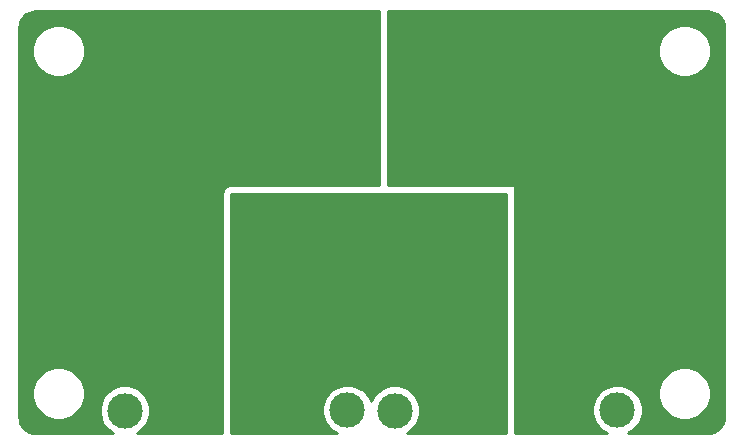
<source format=gbl>
G04 #@! TF.GenerationSoftware,KiCad,Pcbnew,5.1.6-c6e7f7d~87~ubuntu18.04.1*
G04 #@! TF.CreationDate,2020-09-18T13:49:57+09:00*
G04 #@! TF.ProjectId,drone_battery_series_circuit,64726f6e-655f-4626-9174-746572795f73,rev?*
G04 #@! TF.SameCoordinates,PX12d5c70PY13c9eb0*
G04 #@! TF.FileFunction,Copper,L2,Bot*
G04 #@! TF.FilePolarity,Positive*
%FSLAX46Y46*%
G04 Gerber Fmt 4.6, Leading zero omitted, Abs format (unit mm)*
G04 Created by KiCad (PCBNEW 5.1.6-c6e7f7d~87~ubuntu18.04.1) date 2020-09-18 13:49:57*
%MOMM*%
%LPD*%
G01*
G04 APERTURE LIST*
G04 #@! TA.AperFunction,ComponentPad*
%ADD10C,13.000000*%
G04 #@! TD*
G04 #@! TA.AperFunction,ComponentPad*
%ADD11C,3.000000*%
G04 #@! TD*
G04 #@! TA.AperFunction,ComponentPad*
%ADD12C,5.000000*%
G04 #@! TD*
G04 #@! TA.AperFunction,Conductor*
%ADD13C,0.254000*%
G04 #@! TD*
G04 APERTURE END LIST*
D10*
X48250000Y-8250000D03*
X14250000Y-8250000D03*
D11*
X32700000Y-34700000D03*
X51550000Y-34650000D03*
D12*
X47550000Y-25250000D03*
X36650000Y-25250000D03*
D11*
X9850000Y-34700000D03*
X28700000Y-34650000D03*
D12*
X24700000Y-25250000D03*
X13800000Y-25250000D03*
D13*
G36*
X42123000Y-36590000D02*
G01*
X33714313Y-36590000D01*
X34060983Y-36358363D01*
X34358363Y-36060983D01*
X34592012Y-35711302D01*
X34752953Y-35322756D01*
X34835000Y-34910279D01*
X34835000Y-34489721D01*
X34752953Y-34077244D01*
X34592012Y-33688698D01*
X34358363Y-33339017D01*
X34060983Y-33041637D01*
X33711302Y-32807988D01*
X33322756Y-32647047D01*
X32910279Y-32565000D01*
X32489721Y-32565000D01*
X32077244Y-32647047D01*
X31688698Y-32807988D01*
X31339017Y-33041637D01*
X31041637Y-33339017D01*
X30807988Y-33688698D01*
X30710355Y-33924404D01*
X30592012Y-33638698D01*
X30358363Y-33289017D01*
X30060983Y-32991637D01*
X29711302Y-32757988D01*
X29322756Y-32597047D01*
X28910279Y-32515000D01*
X28489721Y-32515000D01*
X28077244Y-32597047D01*
X27688698Y-32757988D01*
X27339017Y-32991637D01*
X27041637Y-33289017D01*
X26807988Y-33638698D01*
X26647047Y-34027244D01*
X26565000Y-34439721D01*
X26565000Y-34860279D01*
X26647047Y-35272756D01*
X26807988Y-35661302D01*
X27041637Y-36010983D01*
X27339017Y-36308363D01*
X27688698Y-36542012D01*
X27804551Y-36590000D01*
X18877000Y-36590000D01*
X18877000Y-16377000D01*
X42123000Y-16377000D01*
X42123000Y-36590000D01*
G37*
X42123000Y-36590000D02*
X33714313Y-36590000D01*
X34060983Y-36358363D01*
X34358363Y-36060983D01*
X34592012Y-35711302D01*
X34752953Y-35322756D01*
X34835000Y-34910279D01*
X34835000Y-34489721D01*
X34752953Y-34077244D01*
X34592012Y-33688698D01*
X34358363Y-33339017D01*
X34060983Y-33041637D01*
X33711302Y-32807988D01*
X33322756Y-32647047D01*
X32910279Y-32565000D01*
X32489721Y-32565000D01*
X32077244Y-32647047D01*
X31688698Y-32807988D01*
X31339017Y-33041637D01*
X31041637Y-33339017D01*
X30807988Y-33688698D01*
X30710355Y-33924404D01*
X30592012Y-33638698D01*
X30358363Y-33289017D01*
X30060983Y-32991637D01*
X29711302Y-32757988D01*
X29322756Y-32597047D01*
X28910279Y-32515000D01*
X28489721Y-32515000D01*
X28077244Y-32597047D01*
X27688698Y-32757988D01*
X27339017Y-32991637D01*
X27041637Y-33289017D01*
X26807988Y-33638698D01*
X26647047Y-34027244D01*
X26565000Y-34439721D01*
X26565000Y-34860279D01*
X26647047Y-35272756D01*
X26807988Y-35661302D01*
X27041637Y-36010983D01*
X27339017Y-36308363D01*
X27688698Y-36542012D01*
X27804551Y-36590000D01*
X18877000Y-36590000D01*
X18877000Y-16377000D01*
X42123000Y-16377000D01*
X42123000Y-36590000D01*
G36*
X59509659Y-938625D02*
G01*
X59759429Y-1014035D01*
X59989792Y-1136522D01*
X60191980Y-1301422D01*
X60358286Y-1502450D01*
X60482378Y-1731954D01*
X60559531Y-1981195D01*
X60590001Y-2271098D01*
X60590000Y-35217721D01*
X60561375Y-35509660D01*
X60485965Y-35759429D01*
X60363477Y-35989794D01*
X60198579Y-36191979D01*
X59997546Y-36358288D01*
X59768046Y-36482378D01*
X59518805Y-36559531D01*
X59228911Y-36590000D01*
X52445449Y-36590000D01*
X52561302Y-36542012D01*
X52910983Y-36308363D01*
X53208363Y-36010983D01*
X53442012Y-35661302D01*
X53602953Y-35272756D01*
X53685000Y-34860279D01*
X53685000Y-34439721D01*
X53602953Y-34027244D01*
X53442012Y-33638698D01*
X53208363Y-33289017D01*
X52949218Y-33029872D01*
X55015000Y-33029872D01*
X55015000Y-33470128D01*
X55100890Y-33901925D01*
X55269369Y-34308669D01*
X55513962Y-34674729D01*
X55825271Y-34986038D01*
X56191331Y-35230631D01*
X56598075Y-35399110D01*
X57029872Y-35485000D01*
X57470128Y-35485000D01*
X57901925Y-35399110D01*
X58308669Y-35230631D01*
X58674729Y-34986038D01*
X58986038Y-34674729D01*
X59230631Y-34308669D01*
X59399110Y-33901925D01*
X59485000Y-33470128D01*
X59485000Y-33029872D01*
X59399110Y-32598075D01*
X59230631Y-32191331D01*
X58986038Y-31825271D01*
X58674729Y-31513962D01*
X58308669Y-31269369D01*
X57901925Y-31100890D01*
X57470128Y-31015000D01*
X57029872Y-31015000D01*
X56598075Y-31100890D01*
X56191331Y-31269369D01*
X55825271Y-31513962D01*
X55513962Y-31825271D01*
X55269369Y-32191331D01*
X55100890Y-32598075D01*
X55015000Y-33029872D01*
X52949218Y-33029872D01*
X52910983Y-32991637D01*
X52561302Y-32757988D01*
X52172756Y-32597047D01*
X51760279Y-32515000D01*
X51339721Y-32515000D01*
X50927244Y-32597047D01*
X50538698Y-32757988D01*
X50189017Y-32991637D01*
X49891637Y-33289017D01*
X49657988Y-33638698D01*
X49497047Y-34027244D01*
X49415000Y-34439721D01*
X49415000Y-34860279D01*
X49497047Y-35272756D01*
X49657988Y-35661302D01*
X49891637Y-36010983D01*
X50189017Y-36308363D01*
X50538698Y-36542012D01*
X50654551Y-36590000D01*
X42885000Y-36590000D01*
X42885000Y-16250000D01*
X42877000Y-16168773D01*
X42877000Y-15750000D01*
X42874560Y-15725224D01*
X42867333Y-15701399D01*
X42855597Y-15679443D01*
X42839803Y-15660197D01*
X42820557Y-15644403D01*
X42798601Y-15632667D01*
X42774776Y-15625440D01*
X42750000Y-15623000D01*
X42331227Y-15623000D01*
X42250000Y-15615000D01*
X32135000Y-15615000D01*
X32135000Y-4029872D01*
X55015000Y-4029872D01*
X55015000Y-4470128D01*
X55100890Y-4901925D01*
X55269369Y-5308669D01*
X55513962Y-5674729D01*
X55825271Y-5986038D01*
X56191331Y-6230631D01*
X56598075Y-6399110D01*
X57029872Y-6485000D01*
X57470128Y-6485000D01*
X57901925Y-6399110D01*
X58308669Y-6230631D01*
X58674729Y-5986038D01*
X58986038Y-5674729D01*
X59230631Y-5308669D01*
X59399110Y-4901925D01*
X59485000Y-4470128D01*
X59485000Y-4029872D01*
X59399110Y-3598075D01*
X59230631Y-3191331D01*
X58986038Y-2825271D01*
X58674729Y-2513962D01*
X58308669Y-2269369D01*
X57901925Y-2100890D01*
X57470128Y-2015000D01*
X57029872Y-2015000D01*
X56598075Y-2100890D01*
X56191331Y-2269369D01*
X55825271Y-2513962D01*
X55513962Y-2825271D01*
X55269369Y-3191331D01*
X55100890Y-3598075D01*
X55015000Y-4029872D01*
X32135000Y-4029872D01*
X32135000Y-910000D01*
X59217721Y-910000D01*
X59509659Y-938625D01*
G37*
X59509659Y-938625D02*
X59759429Y-1014035D01*
X59989792Y-1136522D01*
X60191980Y-1301422D01*
X60358286Y-1502450D01*
X60482378Y-1731954D01*
X60559531Y-1981195D01*
X60590001Y-2271098D01*
X60590000Y-35217721D01*
X60561375Y-35509660D01*
X60485965Y-35759429D01*
X60363477Y-35989794D01*
X60198579Y-36191979D01*
X59997546Y-36358288D01*
X59768046Y-36482378D01*
X59518805Y-36559531D01*
X59228911Y-36590000D01*
X52445449Y-36590000D01*
X52561302Y-36542012D01*
X52910983Y-36308363D01*
X53208363Y-36010983D01*
X53442012Y-35661302D01*
X53602953Y-35272756D01*
X53685000Y-34860279D01*
X53685000Y-34439721D01*
X53602953Y-34027244D01*
X53442012Y-33638698D01*
X53208363Y-33289017D01*
X52949218Y-33029872D01*
X55015000Y-33029872D01*
X55015000Y-33470128D01*
X55100890Y-33901925D01*
X55269369Y-34308669D01*
X55513962Y-34674729D01*
X55825271Y-34986038D01*
X56191331Y-35230631D01*
X56598075Y-35399110D01*
X57029872Y-35485000D01*
X57470128Y-35485000D01*
X57901925Y-35399110D01*
X58308669Y-35230631D01*
X58674729Y-34986038D01*
X58986038Y-34674729D01*
X59230631Y-34308669D01*
X59399110Y-33901925D01*
X59485000Y-33470128D01*
X59485000Y-33029872D01*
X59399110Y-32598075D01*
X59230631Y-32191331D01*
X58986038Y-31825271D01*
X58674729Y-31513962D01*
X58308669Y-31269369D01*
X57901925Y-31100890D01*
X57470128Y-31015000D01*
X57029872Y-31015000D01*
X56598075Y-31100890D01*
X56191331Y-31269369D01*
X55825271Y-31513962D01*
X55513962Y-31825271D01*
X55269369Y-32191331D01*
X55100890Y-32598075D01*
X55015000Y-33029872D01*
X52949218Y-33029872D01*
X52910983Y-32991637D01*
X52561302Y-32757988D01*
X52172756Y-32597047D01*
X51760279Y-32515000D01*
X51339721Y-32515000D01*
X50927244Y-32597047D01*
X50538698Y-32757988D01*
X50189017Y-32991637D01*
X49891637Y-33289017D01*
X49657988Y-33638698D01*
X49497047Y-34027244D01*
X49415000Y-34439721D01*
X49415000Y-34860279D01*
X49497047Y-35272756D01*
X49657988Y-35661302D01*
X49891637Y-36010983D01*
X50189017Y-36308363D01*
X50538698Y-36542012D01*
X50654551Y-36590000D01*
X42885000Y-36590000D01*
X42885000Y-16250000D01*
X42877000Y-16168773D01*
X42877000Y-15750000D01*
X42874560Y-15725224D01*
X42867333Y-15701399D01*
X42855597Y-15679443D01*
X42839803Y-15660197D01*
X42820557Y-15644403D01*
X42798601Y-15632667D01*
X42774776Y-15625440D01*
X42750000Y-15623000D01*
X42331227Y-15623000D01*
X42250000Y-15615000D01*
X32135000Y-15615000D01*
X32135000Y-4029872D01*
X55015000Y-4029872D01*
X55015000Y-4470128D01*
X55100890Y-4901925D01*
X55269369Y-5308669D01*
X55513962Y-5674729D01*
X55825271Y-5986038D01*
X56191331Y-6230631D01*
X56598075Y-6399110D01*
X57029872Y-6485000D01*
X57470128Y-6485000D01*
X57901925Y-6399110D01*
X58308669Y-6230631D01*
X58674729Y-5986038D01*
X58986038Y-5674729D01*
X59230631Y-5308669D01*
X59399110Y-4901925D01*
X59485000Y-4470128D01*
X59485000Y-4029872D01*
X59399110Y-3598075D01*
X59230631Y-3191331D01*
X58986038Y-2825271D01*
X58674729Y-2513962D01*
X58308669Y-2269369D01*
X57901925Y-2100890D01*
X57470128Y-2015000D01*
X57029872Y-2015000D01*
X56598075Y-2100890D01*
X56191331Y-2269369D01*
X55825271Y-2513962D01*
X55513962Y-2825271D01*
X55269369Y-3191331D01*
X55100890Y-3598075D01*
X55015000Y-4029872D01*
X32135000Y-4029872D01*
X32135000Y-910000D01*
X59217721Y-910000D01*
X59509659Y-938625D01*
G36*
X31373000Y-15615000D02*
G01*
X18750000Y-15615000D01*
X18626118Y-15627201D01*
X18506996Y-15663336D01*
X18397213Y-15722017D01*
X18300987Y-15800987D01*
X18222017Y-15897213D01*
X18163336Y-16006996D01*
X18127201Y-16126118D01*
X18115000Y-16250000D01*
X18115000Y-36590000D01*
X10864313Y-36590000D01*
X11210983Y-36358363D01*
X11508363Y-36060983D01*
X11742012Y-35711302D01*
X11902953Y-35322756D01*
X11985000Y-34910279D01*
X11985000Y-34489721D01*
X11902953Y-34077244D01*
X11742012Y-33688698D01*
X11508363Y-33339017D01*
X11210983Y-33041637D01*
X10861302Y-32807988D01*
X10472756Y-32647047D01*
X10060279Y-32565000D01*
X9639721Y-32565000D01*
X9227244Y-32647047D01*
X8838698Y-32807988D01*
X8489017Y-33041637D01*
X8191637Y-33339017D01*
X7957988Y-33688698D01*
X7797047Y-34077244D01*
X7715000Y-34489721D01*
X7715000Y-34910279D01*
X7797047Y-35322756D01*
X7957988Y-35711302D01*
X8191637Y-36060983D01*
X8489017Y-36358363D01*
X8835687Y-36590000D01*
X2282279Y-36590000D01*
X1990340Y-36561375D01*
X1740571Y-36485965D01*
X1510206Y-36363477D01*
X1308021Y-36198579D01*
X1141712Y-35997546D01*
X1017622Y-35768046D01*
X940469Y-35518805D01*
X910000Y-35228911D01*
X910000Y-33029872D01*
X2015000Y-33029872D01*
X2015000Y-33470128D01*
X2100890Y-33901925D01*
X2269369Y-34308669D01*
X2513962Y-34674729D01*
X2825271Y-34986038D01*
X3191331Y-35230631D01*
X3598075Y-35399110D01*
X4029872Y-35485000D01*
X4470128Y-35485000D01*
X4901925Y-35399110D01*
X5308669Y-35230631D01*
X5674729Y-34986038D01*
X5986038Y-34674729D01*
X6230631Y-34308669D01*
X6399110Y-33901925D01*
X6485000Y-33470128D01*
X6485000Y-33029872D01*
X6399110Y-32598075D01*
X6230631Y-32191331D01*
X5986038Y-31825271D01*
X5674729Y-31513962D01*
X5308669Y-31269369D01*
X4901925Y-31100890D01*
X4470128Y-31015000D01*
X4029872Y-31015000D01*
X3598075Y-31100890D01*
X3191331Y-31269369D01*
X2825271Y-31513962D01*
X2513962Y-31825271D01*
X2269369Y-32191331D01*
X2100890Y-32598075D01*
X2015000Y-33029872D01*
X910000Y-33029872D01*
X910000Y-4029872D01*
X2015000Y-4029872D01*
X2015000Y-4470128D01*
X2100890Y-4901925D01*
X2269369Y-5308669D01*
X2513962Y-5674729D01*
X2825271Y-5986038D01*
X3191331Y-6230631D01*
X3598075Y-6399110D01*
X4029872Y-6485000D01*
X4470128Y-6485000D01*
X4901925Y-6399110D01*
X5308669Y-6230631D01*
X5674729Y-5986038D01*
X5986038Y-5674729D01*
X6230631Y-5308669D01*
X6399110Y-4901925D01*
X6485000Y-4470128D01*
X6485000Y-4029872D01*
X6399110Y-3598075D01*
X6230631Y-3191331D01*
X5986038Y-2825271D01*
X5674729Y-2513962D01*
X5308669Y-2269369D01*
X4901925Y-2100890D01*
X4470128Y-2015000D01*
X4029872Y-2015000D01*
X3598075Y-2100890D01*
X3191331Y-2269369D01*
X2825271Y-2513962D01*
X2513962Y-2825271D01*
X2269369Y-3191331D01*
X2100890Y-3598075D01*
X2015000Y-4029872D01*
X910000Y-4029872D01*
X910000Y-2282279D01*
X938625Y-1990341D01*
X1014035Y-1740571D01*
X1136522Y-1510208D01*
X1301422Y-1308020D01*
X1502450Y-1141714D01*
X1731954Y-1017622D01*
X1981195Y-940469D01*
X2271088Y-910000D01*
X31373000Y-910000D01*
X31373000Y-15615000D01*
G37*
X31373000Y-15615000D02*
X18750000Y-15615000D01*
X18626118Y-15627201D01*
X18506996Y-15663336D01*
X18397213Y-15722017D01*
X18300987Y-15800987D01*
X18222017Y-15897213D01*
X18163336Y-16006996D01*
X18127201Y-16126118D01*
X18115000Y-16250000D01*
X18115000Y-36590000D01*
X10864313Y-36590000D01*
X11210983Y-36358363D01*
X11508363Y-36060983D01*
X11742012Y-35711302D01*
X11902953Y-35322756D01*
X11985000Y-34910279D01*
X11985000Y-34489721D01*
X11902953Y-34077244D01*
X11742012Y-33688698D01*
X11508363Y-33339017D01*
X11210983Y-33041637D01*
X10861302Y-32807988D01*
X10472756Y-32647047D01*
X10060279Y-32565000D01*
X9639721Y-32565000D01*
X9227244Y-32647047D01*
X8838698Y-32807988D01*
X8489017Y-33041637D01*
X8191637Y-33339017D01*
X7957988Y-33688698D01*
X7797047Y-34077244D01*
X7715000Y-34489721D01*
X7715000Y-34910279D01*
X7797047Y-35322756D01*
X7957988Y-35711302D01*
X8191637Y-36060983D01*
X8489017Y-36358363D01*
X8835687Y-36590000D01*
X2282279Y-36590000D01*
X1990340Y-36561375D01*
X1740571Y-36485965D01*
X1510206Y-36363477D01*
X1308021Y-36198579D01*
X1141712Y-35997546D01*
X1017622Y-35768046D01*
X940469Y-35518805D01*
X910000Y-35228911D01*
X910000Y-33029872D01*
X2015000Y-33029872D01*
X2015000Y-33470128D01*
X2100890Y-33901925D01*
X2269369Y-34308669D01*
X2513962Y-34674729D01*
X2825271Y-34986038D01*
X3191331Y-35230631D01*
X3598075Y-35399110D01*
X4029872Y-35485000D01*
X4470128Y-35485000D01*
X4901925Y-35399110D01*
X5308669Y-35230631D01*
X5674729Y-34986038D01*
X5986038Y-34674729D01*
X6230631Y-34308669D01*
X6399110Y-33901925D01*
X6485000Y-33470128D01*
X6485000Y-33029872D01*
X6399110Y-32598075D01*
X6230631Y-32191331D01*
X5986038Y-31825271D01*
X5674729Y-31513962D01*
X5308669Y-31269369D01*
X4901925Y-31100890D01*
X4470128Y-31015000D01*
X4029872Y-31015000D01*
X3598075Y-31100890D01*
X3191331Y-31269369D01*
X2825271Y-31513962D01*
X2513962Y-31825271D01*
X2269369Y-32191331D01*
X2100890Y-32598075D01*
X2015000Y-33029872D01*
X910000Y-33029872D01*
X910000Y-4029872D01*
X2015000Y-4029872D01*
X2015000Y-4470128D01*
X2100890Y-4901925D01*
X2269369Y-5308669D01*
X2513962Y-5674729D01*
X2825271Y-5986038D01*
X3191331Y-6230631D01*
X3598075Y-6399110D01*
X4029872Y-6485000D01*
X4470128Y-6485000D01*
X4901925Y-6399110D01*
X5308669Y-6230631D01*
X5674729Y-5986038D01*
X5986038Y-5674729D01*
X6230631Y-5308669D01*
X6399110Y-4901925D01*
X6485000Y-4470128D01*
X6485000Y-4029872D01*
X6399110Y-3598075D01*
X6230631Y-3191331D01*
X5986038Y-2825271D01*
X5674729Y-2513962D01*
X5308669Y-2269369D01*
X4901925Y-2100890D01*
X4470128Y-2015000D01*
X4029872Y-2015000D01*
X3598075Y-2100890D01*
X3191331Y-2269369D01*
X2825271Y-2513962D01*
X2513962Y-2825271D01*
X2269369Y-3191331D01*
X2100890Y-3598075D01*
X2015000Y-4029872D01*
X910000Y-4029872D01*
X910000Y-2282279D01*
X938625Y-1990341D01*
X1014035Y-1740571D01*
X1136522Y-1510208D01*
X1301422Y-1308020D01*
X1502450Y-1141714D01*
X1731954Y-1017622D01*
X1981195Y-940469D01*
X2271088Y-910000D01*
X31373000Y-910000D01*
X31373000Y-15615000D01*
M02*

</source>
